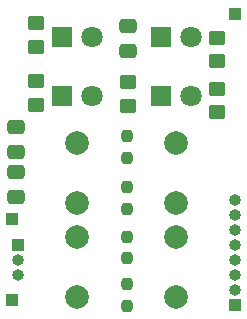
<source format=gbr>
%TF.GenerationSoftware,KiCad,Pcbnew,8.0.8-8.0.8-0~ubuntu22.04.1*%
%TF.CreationDate,2025-02-18T10:23:41+01:00*%
%TF.ProjectId,HB_Stamp_IO_EXT_LEDs_Buttons_FUEL4EP,48425f53-7461-46d7-905f-494f5f455854,1.5*%
%TF.SameCoordinates,Original*%
%TF.FileFunction,Soldermask,Top*%
%TF.FilePolarity,Negative*%
%FSLAX46Y46*%
G04 Gerber Fmt 4.6, Leading zero omitted, Abs format (unit mm)*
G04 Created by KiCad (PCBNEW 8.0.8-8.0.8-0~ubuntu22.04.1) date 2025-02-18 10:23:41*
%MOMM*%
%LPD*%
G01*
G04 APERTURE LIST*
G04 Aperture macros list*
%AMRoundRect*
0 Rectangle with rounded corners*
0 $1 Rounding radius*
0 $2 $3 $4 $5 $6 $7 $8 $9 X,Y pos of 4 corners*
0 Add a 4 corners polygon primitive as box body*
4,1,4,$2,$3,$4,$5,$6,$7,$8,$9,$2,$3,0*
0 Add four circle primitives for the rounded corners*
1,1,$1+$1,$2,$3*
1,1,$1+$1,$4,$5*
1,1,$1+$1,$6,$7*
1,1,$1+$1,$8,$9*
0 Add four rect primitives between the rounded corners*
20,1,$1+$1,$2,$3,$4,$5,0*
20,1,$1+$1,$4,$5,$6,$7,0*
20,1,$1+$1,$6,$7,$8,$9,0*
20,1,$1+$1,$8,$9,$2,$3,0*%
G04 Aperture macros list end*
%ADD10R,1.800000X1.800000*%
%ADD11C,1.800000*%
%ADD12RoundRect,0.250000X-0.450000X0.350000X-0.450000X-0.350000X0.450000X-0.350000X0.450000X0.350000X0*%
%ADD13R,1.000000X1.000000*%
%ADD14O,1.000000X1.000000*%
%ADD15RoundRect,0.237500X-0.237500X0.250000X-0.237500X-0.250000X0.237500X-0.250000X0.237500X0.250000X0*%
%ADD16C,2.000000*%
%ADD17RoundRect,0.237500X0.237500X-0.250000X0.237500X0.250000X-0.237500X0.250000X-0.237500X-0.250000X0*%
%ADD18RoundRect,0.250000X-0.475000X0.337500X-0.475000X-0.337500X0.475000X-0.337500X0.475000X0.337500X0*%
%ADD19RoundRect,0.250000X0.475000X-0.337500X0.475000X0.337500X-0.475000X0.337500X-0.475000X-0.337500X0*%
G04 APERTURE END LIST*
D10*
%TO.C,D1*%
X5530000Y24000000D03*
D11*
X8070000Y24000000D03*
%TD*%
D12*
%TO.C,R2*%
X18669000Y23987000D03*
X18669000Y21987000D03*
%TD*%
D13*
%TO.C,J1*%
X1828800Y6451600D03*
D14*
X1828800Y5181600D03*
X1828800Y3911600D03*
%TD*%
D15*
%TO.C,R7*%
X11000000Y3112500D03*
X11000000Y1287500D03*
%TD*%
D16*
%TO.C,SW2*%
X15200000Y10000000D03*
X15200000Y15080000D03*
%TD*%
D10*
%TO.C,D3*%
X5530000Y19000000D03*
D11*
X8070000Y19000000D03*
%TD*%
D12*
%TO.C,R9*%
X11100000Y20200000D03*
X11100000Y18200000D03*
%TD*%
D15*
%TO.C,R6*%
X11049000Y11325000D03*
X11049000Y9500000D03*
%TD*%
D13*
%TO.C,J6*%
X20167600Y26009600D03*
%TD*%
D10*
%TO.C,D4*%
X13930000Y19000000D03*
D11*
X16470000Y19000000D03*
%TD*%
D12*
%TO.C,R4*%
X18669000Y19653000D03*
X18669000Y17653000D03*
%TD*%
D13*
%TO.C,J4*%
X20167600Y1371600D03*
D14*
X20167600Y2641600D03*
X20167600Y3911600D03*
X20167600Y5181600D03*
X20167600Y6451600D03*
X20167600Y7721600D03*
X20167600Y8991600D03*
X20167600Y10261600D03*
%TD*%
D17*
%TO.C,R8*%
X11000000Y5287500D03*
X11000000Y7112500D03*
%TD*%
D10*
%TO.C,D2*%
X13930000Y24000000D03*
D11*
X16470000Y24000000D03*
%TD*%
D16*
%TO.C,SW3*%
X6800000Y2000000D03*
X6800000Y7080000D03*
%TD*%
D12*
%TO.C,R1*%
X3300000Y25200000D03*
X3300000Y23200000D03*
%TD*%
D18*
%TO.C,C2*%
X1600000Y16400000D03*
X1600000Y14325000D03*
%TD*%
D19*
%TO.C,C3*%
X1600000Y10500000D03*
X1600000Y12575000D03*
%TD*%
D17*
%TO.C,R5*%
X11049000Y13800000D03*
X11049000Y15625000D03*
%TD*%
D12*
%TO.C,R3*%
X3300000Y20300000D03*
X3300000Y18300000D03*
%TD*%
D13*
%TO.C,TP2*%
X1270000Y1727200D03*
%TD*%
D16*
%TO.C,SW4*%
X15200000Y2000000D03*
X15200000Y7080000D03*
%TD*%
D19*
%TO.C,C1*%
X11100000Y22862500D03*
X11100000Y24937500D03*
%TD*%
D16*
%TO.C,SW1*%
X6800000Y10000000D03*
X6800000Y15080000D03*
%TD*%
D13*
%TO.C,TP1*%
X1270000Y8636000D03*
%TD*%
M02*

</source>
